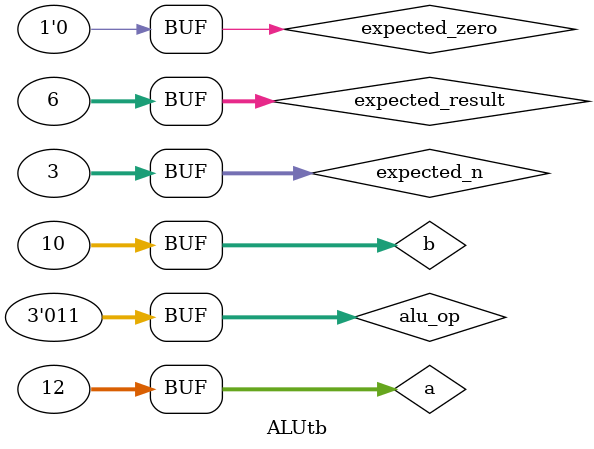
<source format=v>

`define DELAY 20
module ALUtb();
	reg [31:0] a, b;
    reg [2:0] alu_op;
	reg [31:0] expected_result, expected_n;
    reg expected_zero;
    wire zero;
    wire [31:0] result, n;
	wire pass, eq1, eq2, eq3;
	
    alu test_alu32(result, zero, n, a, b, alu_op);
	equal_32 equal_result(eq1, expected_result, result);
    xnor equal_zero(eq2, expected_zero, zero);
    equal_32 equal_n(eq3, expected_n, n);
    and is_pass(pass, eq1, eq2, eq3);
	
initial begin
// AND tests, start
    alu_op = 3'b000;
	a = 32'b00000000000000000000000000000000;
    b = 32'b00000000000000000000000000000000;
    expected_result = 32'b00000000000000000000000000000000;
    expected_zero = 1'b1;
    expected_n = 32'b00000000000000000000000000000001;
#`DELAY;
    a = 32'b11111111111111111111111111111111;
    b = 32'b11111111111111111111111111111111;
    expected_result = 32'b11111111111111111111111111111111;
    expected_zero = 1'b0;
    expected_n = 32'b00000000000000000000000000000010;
#`DELAY;
    a = 32'b00000000000000000000000000001100;
    b = 32'b00000000000000000000000000001010;
    expected_result = 32'b00000000000000000000000000001000;
    expected_zero = 1'b0;
    expected_n = 32'b00000000000000000000000000000011;
#`DELAY;
// AND tests, end.

// OR tests, start
    alu_op = 3'b001;
	a = 32'b00000000000000000000000000000000;
    b = 32'b00000000000000000000000000000000;
    expected_result = 32'b00000000000000000000000000000000;
    expected_zero = 1'b1;
    expected_n = 32'b00000000000000000000000000000001;
#`DELAY;
    a = 32'b11111111111111111111111111111111;
    b = 32'b11111111111111111111111111111111;
    expected_result = 32'b11111111111111111111111111111111;
    expected_zero = 1'b0;
    expected_n = 32'b00000000000000000000000000000010;
#`DELAY;
    a = 32'b00000000000000000000000000001100;
    b = 32'b00000000000000000000000000001010;
    expected_result = 32'b00000000000000000000000000001110;
    expected_zero = 1'b0;
    expected_n = 32'b00000000000000000000000000000011;
#`DELAY;
// OR tests, end.

// ADD tests, start
    alu_op = 3'b010;
	a = 32'b00000000000000000000000000000000;
    b = 32'b00000000000000000000000000000000;
    expected_result = 32'b00000000000000000000000000000000;
    expected_zero = 1'b1;
    expected_n = 32'b00000000000000000000000000000001;
#`DELAY;
    a = 32'b00000000000000000000000000001100;
    b = 32'b00000000000000000000000000001010;
    expected_result = 32'b00000000000000000000000000010110;
    expected_zero = 1'b0;
    expected_n = 32'b00000000000000000000000000000011;
#`DELAY;
// ADD tests, end.

// SUBSTRACT tests, start
    alu_op = 3'b110;
	a = 32'b11111111111111111111111111111111;
    b = 32'b11111111111111111111111111111111;
    expected_result = 32'b00000000000000000000000000000000;
    expected_zero = 1'b1;
    expected_n = 32'b00000000000000000000000000000001;
#`DELAY;
    a = 32'b00000000000000000000000000001100;
    b = 32'b00000000000000000000000000001010;
    expected_result = 32'b00000000000000000000000000000010;
    expected_zero = 1'b0;
    expected_n = 32'b00000000000000000000000000000011;
#`DELAY;
    a = 32'b00000000000000000000000000001010;
    b = 32'b00000000000000000000000000001100;
    expected_result = 32'b11111111111111111111111111111110;
    expected_zero = 1'b0;
    expected_n = 32'b00000000000000000000000000000010;
#`DELAY;
// SUBSTRACT tests, end.

// XOR tests, start
    alu_op = 3'b011;
	a = 32'b00000000000000000000000000000000;
    b = 32'b00000000000000000000000000000000;
    expected_result = 32'b00000000000000000000000000000000;
    expected_zero = 1'b1;
    expected_n = 32'b00000000000000000000000000000001;
#`DELAY;
    a = 32'b11111111111111111111111111111111;
    b = 32'b11111111111111111111111111111111;
    expected_result = 32'b00000000000000000000000000000000;
    expected_zero = 1'b1;
    expected_n = 32'b00000000000000000000000000000001;
#`DELAY;
    a = 32'b00000000000000000000000000001100;
    b = 32'b00000000000000000000000000001010;
    expected_result = 32'b00000000000000000000000000000110;
    expected_zero = 1'b0;
    expected_n = 32'b00000000000000000000000000000011;
#`DELAY;
// XOR tests, end.

end

initial begin
	$monitor("time=%2d, pass=%1b, a=%32b, b=%32b, alu_op=%2b, result=%32b, zero=%1b, n=%2b",
             $time, pass, a, b, alu_op, result, zero, n[1:0]);
end

endmodule
</source>
